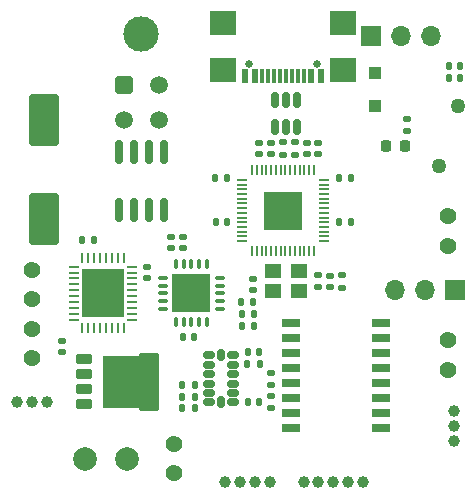
<source format=gbr>
%TF.GenerationSoftware,KiCad,Pcbnew,(6.0.7)*%
%TF.CreationDate,2022-09-21T17:53:50+02:00*%
%TF.ProjectId,CANpaca-EB-schematics,43414e70-6163-4612-9d45-422d73636865,rev?*%
%TF.SameCoordinates,Original*%
%TF.FileFunction,Soldermask,Top*%
%TF.FilePolarity,Negative*%
%FSLAX46Y46*%
G04 Gerber Fmt 4.6, Leading zero omitted, Abs format (unit mm)*
G04 Created by KiCad (PCBNEW (6.0.7)) date 2022-09-21 17:53:50*
%MOMM*%
%LPD*%
G01*
G04 APERTURE LIST*
G04 Aperture macros list*
%AMRoundRect*
0 Rectangle with rounded corners*
0 $1 Rounding radius*
0 $2 $3 $4 $5 $6 $7 $8 $9 X,Y pos of 4 corners*
0 Add a 4 corners polygon primitive as box body*
4,1,4,$2,$3,$4,$5,$6,$7,$8,$9,$2,$3,0*
0 Add four circle primitives for the rounded corners*
1,1,$1+$1,$2,$3*
1,1,$1+$1,$4,$5*
1,1,$1+$1,$6,$7*
1,1,$1+$1,$8,$9*
0 Add four rect primitives between the rounded corners*
20,1,$1+$1,$2,$3,$4,$5,0*
20,1,$1+$1,$4,$5,$6,$7,0*
20,1,$1+$1,$6,$7,$8,$9,0*
20,1,$1+$1,$8,$9,$2,$3,0*%
%AMFreePoly0*
4,1,21,3.024497,2.399497,3.045000,2.350000,3.045000,-2.350000,3.024497,-2.399497,2.975000,-2.420000,1.425000,-2.420000,1.375503,-2.399497,1.355000,-2.350000,1.355000,-2.170000,-1.650000,-2.170000,-1.699497,-2.149497,-1.720000,-2.100000,-1.720000,2.100000,-1.699497,2.149497,-1.650000,2.170000,1.355000,2.170000,1.355000,2.350000,1.375503,2.399497,1.425000,2.420000,2.975000,2.420000,
3.024497,2.399497,3.024497,2.399497,$1*%
G04 Aperture macros list end*
%ADD10RoundRect,0.135000X-0.185000X0.135000X-0.185000X-0.135000X0.185000X-0.135000X0.185000X0.135000X0*%
%ADD11RoundRect,0.150000X-0.150000X0.512500X-0.150000X-0.512500X0.150000X-0.512500X0.150000X0.512500X0*%
%ADD12RoundRect,0.135000X0.135000X0.185000X-0.135000X0.185000X-0.135000X-0.185000X0.135000X-0.185000X0*%
%ADD13C,1.425000*%
%ADD14RoundRect,0.140000X-0.140000X-0.170000X0.140000X-0.170000X0.140000X0.170000X-0.140000X0.170000X0*%
%ADD15C,0.650000*%
%ADD16R,0.600000X1.150000*%
%ADD17R,0.300000X1.150000*%
%ADD18R,2.180000X2.000000*%
%ADD19RoundRect,0.140000X-0.170000X0.140000X-0.170000X-0.140000X0.170000X-0.140000X0.170000X0.140000X0*%
%ADD20R,1.700000X1.700000*%
%ADD21O,1.700000X1.700000*%
%ADD22RoundRect,0.062500X0.362500X0.062500X-0.362500X0.062500X-0.362500X-0.062500X0.362500X-0.062500X0*%
%ADD23RoundRect,0.062500X0.062500X0.362500X-0.062500X0.362500X-0.062500X-0.362500X0.062500X-0.362500X0*%
%ADD24R,3.600000X4.100000*%
%ADD25RoundRect,0.135000X-0.135000X-0.185000X0.135000X-0.185000X0.135000X0.185000X-0.135000X0.185000X0*%
%ADD26R,1.600000X0.760000*%
%ADD27RoundRect,0.150000X0.150000X-0.825000X0.150000X0.825000X-0.150000X0.825000X-0.150000X-0.825000X0*%
%ADD28C,1.000000*%
%ADD29RoundRect,0.050000X-0.387500X-0.050000X0.387500X-0.050000X0.387500X0.050000X-0.387500X0.050000X0*%
%ADD30RoundRect,0.050000X-0.050000X-0.387500X0.050000X-0.387500X0.050000X0.387500X-0.050000X0.387500X0*%
%ADD31R,3.200000X3.200000*%
%ADD32RoundRect,0.140000X0.170000X-0.140000X0.170000X0.140000X-0.170000X0.140000X-0.170000X-0.140000X0*%
%ADD33RoundRect,0.070000X-0.575000X0.350000X-0.575000X-0.350000X0.575000X-0.350000X0.575000X0.350000X0*%
%ADD34FreePoly0,0.000000*%
%ADD35RoundRect,0.135000X0.185000X-0.135000X0.185000X0.135000X-0.185000X0.135000X-0.185000X-0.135000X0*%
%ADD36C,1.270000*%
%ADD37R,1.400000X1.200000*%
%ADD38RoundRect,0.075000X-0.337500X-0.075000X0.337500X-0.075000X0.337500X0.075000X-0.337500X0.075000X0*%
%ADD39RoundRect,0.075000X-0.075000X-0.337500X0.075000X-0.337500X0.075000X0.337500X-0.075000X0.337500X0*%
%ADD40R,3.250000X3.250000*%
%ADD41RoundRect,0.250000X-1.000000X1.950000X-1.000000X-1.950000X1.000000X-1.950000X1.000000X1.950000X0*%
%ADD42C,3.000000*%
%ADD43RoundRect,0.250001X-0.499999X-0.499999X0.499999X-0.499999X0.499999X0.499999X-0.499999X0.499999X0*%
%ADD44C,1.500000*%
%ADD45RoundRect,0.150000X0.325000X0.150000X-0.325000X0.150000X-0.325000X-0.150000X0.325000X-0.150000X0*%
%ADD46RoundRect,0.150000X0.150000X0.325000X-0.150000X0.325000X-0.150000X-0.325000X0.150000X-0.325000X0*%
%ADD47C,2.000000*%
%ADD48RoundRect,0.218750X-0.218750X-0.256250X0.218750X-0.256250X0.218750X0.256250X-0.218750X0.256250X0*%
%ADD49R,1.100000X1.100000*%
%ADD50RoundRect,0.140000X0.140000X0.170000X-0.140000X0.170000X-0.140000X-0.170000X0.140000X-0.170000X0*%
G04 APERTURE END LIST*
D10*
%TO.C,R23*%
X99250000Y-45490000D03*
X99250000Y-46510000D03*
%TD*%
D11*
%TO.C,U7*%
X100450000Y-41862500D03*
X99500000Y-41862500D03*
X98550000Y-41862500D03*
X98550000Y-44137500D03*
X99500000Y-44137500D03*
X100450000Y-44137500D03*
%TD*%
D12*
%TO.C,R32*%
X91760000Y-68000000D03*
X90740000Y-68000000D03*
%TD*%
D13*
%TO.C,J17*%
X90000000Y-73500000D03*
X90000000Y-71000000D03*
%TD*%
D14*
%TO.C,C13*%
X82270000Y-53750000D03*
X83230000Y-53750000D03*
%TD*%
D10*
%TO.C,R26*%
X98250000Y-66980000D03*
X98250000Y-68000000D03*
%TD*%
D15*
%TO.C,J9*%
X96360000Y-38812500D03*
X102140000Y-38812500D03*
D16*
X102450000Y-39887500D03*
X101650000Y-39887500D03*
D17*
X100500000Y-39887500D03*
X99500000Y-39887500D03*
X99000000Y-39887500D03*
X98000000Y-39887500D03*
D16*
X96050000Y-39887500D03*
X96850000Y-39887500D03*
D17*
X97500000Y-39887500D03*
X98500000Y-39887500D03*
X100000000Y-39887500D03*
X101000000Y-39887500D03*
D18*
X104360000Y-39312500D03*
X94140000Y-39312500D03*
X104360000Y-35382500D03*
X94140000Y-35382500D03*
%TD*%
D19*
%TO.C,C8*%
X87750000Y-56040000D03*
X87750000Y-57000000D03*
%TD*%
D20*
%TO.C,J11*%
X106725000Y-36500000D03*
D21*
X109265000Y-36500000D03*
X111805000Y-36500000D03*
%TD*%
D22*
%TO.C,U3*%
X86450000Y-60500000D03*
X86450000Y-60000000D03*
X86450000Y-59500000D03*
X86450000Y-59000000D03*
X86450000Y-58500000D03*
X86450000Y-58000000D03*
X86450000Y-57500000D03*
X86450000Y-57000000D03*
X86450000Y-56500000D03*
X86450000Y-56000000D03*
D23*
X85750000Y-55300000D03*
X85250000Y-55300000D03*
X84750000Y-55300000D03*
X84250000Y-55300000D03*
X83750000Y-55300000D03*
X83250000Y-55300000D03*
X82750000Y-55300000D03*
X82250000Y-55300000D03*
D22*
X81550000Y-56000000D03*
X81550000Y-56500000D03*
X81550000Y-57000000D03*
X81550000Y-57500000D03*
X81550000Y-58000000D03*
X81550000Y-58500000D03*
X81550000Y-59000000D03*
X81550000Y-59500000D03*
X81550000Y-60000000D03*
X81550000Y-60500000D03*
D23*
X82250000Y-61200000D03*
X82750000Y-61200000D03*
X83250000Y-61200000D03*
X83750000Y-61200000D03*
X84250000Y-61200000D03*
X84750000Y-61200000D03*
X85250000Y-61200000D03*
X85750000Y-61200000D03*
D24*
X84000000Y-58250000D03*
%TD*%
D25*
%TO.C,R24*%
X95730000Y-59000000D03*
X96750000Y-59000000D03*
%TD*%
D26*
%TO.C,SW1*%
X99940000Y-60805000D03*
X99940000Y-62075000D03*
X99940000Y-63345000D03*
X99940000Y-64615000D03*
X99940000Y-65885000D03*
X99940000Y-67155000D03*
X99940000Y-68425000D03*
X99940000Y-69695000D03*
X107560000Y-69695000D03*
X107560000Y-68425000D03*
X107560000Y-67155000D03*
X107560000Y-65885000D03*
X107560000Y-64615000D03*
X107560000Y-63345000D03*
X107560000Y-62075000D03*
X107560000Y-60805000D03*
%TD*%
D25*
%TO.C,R21*%
X95750000Y-60000000D03*
X96770000Y-60000000D03*
%TD*%
D27*
%TO.C,U1*%
X85345000Y-51225000D03*
X86615000Y-51225000D03*
X87885000Y-51225000D03*
X89155000Y-51225000D03*
X89155000Y-46275000D03*
X87885000Y-46275000D03*
X86615000Y-46275000D03*
X85345000Y-46275000D03*
%TD*%
D19*
%TO.C,C40*%
X102250000Y-45520000D03*
X102250000Y-46480000D03*
%TD*%
D12*
%TO.C,R34*%
X91760000Y-66000000D03*
X90740000Y-66000000D03*
%TD*%
D28*
%TO.C,J12*%
X98125000Y-74250000D03*
X96875000Y-74250000D03*
X95625000Y-74250000D03*
X94375000Y-74250000D03*
%TD*%
D29*
%TO.C,U10*%
X95812500Y-48650000D03*
X95812500Y-49050000D03*
X95812500Y-49450000D03*
X95812500Y-49850000D03*
X95812500Y-50250000D03*
X95812500Y-50650000D03*
X95812500Y-51050000D03*
X95812500Y-51450000D03*
X95812500Y-51850000D03*
X95812500Y-52250000D03*
X95812500Y-52650000D03*
X95812500Y-53050000D03*
X95812500Y-53450000D03*
X95812500Y-53850000D03*
D30*
X96650000Y-54687500D03*
X97050000Y-54687500D03*
X97450000Y-54687500D03*
X97850000Y-54687500D03*
X98250000Y-54687500D03*
X98650000Y-54687500D03*
X99050000Y-54687500D03*
X99450000Y-54687500D03*
X99850000Y-54687500D03*
X100250000Y-54687500D03*
X100650000Y-54687500D03*
X101050000Y-54687500D03*
X101450000Y-54687500D03*
X101850000Y-54687500D03*
D29*
X102687500Y-53850000D03*
X102687500Y-53450000D03*
X102687500Y-53050000D03*
X102687500Y-52650000D03*
X102687500Y-52250000D03*
X102687500Y-51850000D03*
X102687500Y-51450000D03*
X102687500Y-51050000D03*
X102687500Y-50650000D03*
X102687500Y-50250000D03*
X102687500Y-49850000D03*
X102687500Y-49450000D03*
X102687500Y-49050000D03*
X102687500Y-48650000D03*
D30*
X101850000Y-47812500D03*
X101450000Y-47812500D03*
X101050000Y-47812500D03*
X100650000Y-47812500D03*
X100250000Y-47812500D03*
X99850000Y-47812500D03*
X99450000Y-47812500D03*
X99050000Y-47812500D03*
X98650000Y-47812500D03*
X98250000Y-47812500D03*
X97850000Y-47812500D03*
X97450000Y-47812500D03*
X97050000Y-47812500D03*
X96650000Y-47812500D03*
D31*
X99250000Y-51250000D03*
%TD*%
D28*
%TO.C,J16*%
X113750000Y-68250000D03*
X113750000Y-69500000D03*
X113750000Y-70750000D03*
%TD*%
%TO.C,J14*%
X106000000Y-74250000D03*
X104750000Y-74250000D03*
X103500000Y-74250000D03*
X102250000Y-74250000D03*
X101000000Y-74250000D03*
%TD*%
D20*
%TO.C,J4*%
X113775000Y-58000000D03*
D21*
X111235000Y-58000000D03*
X108695000Y-58000000D03*
%TD*%
D32*
%TO.C,C47*%
X96750000Y-57980000D03*
X96750000Y-57020000D03*
%TD*%
D33*
%TO.C,Q3*%
X82415000Y-63840000D03*
X82415000Y-65110000D03*
X82415000Y-66390000D03*
X82415000Y-67660000D03*
D34*
X85685000Y-65750000D03*
%TD*%
D35*
%TO.C,R28*%
X102250000Y-57760000D03*
X102250000Y-56740000D03*
%TD*%
D12*
%TO.C,R35*%
X97260000Y-64250000D03*
X96240000Y-64250000D03*
%TD*%
D13*
%TO.C,J8*%
X78000000Y-56250000D03*
X78000000Y-58750000D03*
X78000000Y-61250000D03*
X78000000Y-63750000D03*
%TD*%
D36*
%TO.C,F1*%
X112450000Y-47500000D03*
X114050000Y-42400000D03*
%TD*%
D28*
%TO.C,J13*%
X79250000Y-67500000D03*
X78000000Y-67500000D03*
X76750000Y-67500000D03*
%TD*%
D14*
%TO.C,C53*%
X96290000Y-63250000D03*
X97250000Y-63250000D03*
%TD*%
%TO.C,C41*%
X93540000Y-52250000D03*
X94500000Y-52250000D03*
%TD*%
D19*
%TO.C,C38*%
X98250000Y-45520000D03*
X98250000Y-46480000D03*
%TD*%
D14*
%TO.C,C39*%
X93520000Y-48500000D03*
X94480000Y-48500000D03*
%TD*%
D25*
%TO.C,R25*%
X95740000Y-61000000D03*
X96760000Y-61000000D03*
%TD*%
D35*
%TO.C,R18*%
X100250000Y-46510000D03*
X100250000Y-45490000D03*
%TD*%
D37*
%TO.C,Y1*%
X98400000Y-58100000D03*
X100600000Y-58100000D03*
X100600000Y-56400000D03*
X98400000Y-56400000D03*
%TD*%
D38*
%TO.C,U8*%
X89062500Y-56950000D03*
X89062500Y-57600000D03*
X89062500Y-58250000D03*
X89062500Y-58900000D03*
X89062500Y-59550000D03*
D39*
X90200000Y-60687500D03*
X90850000Y-60687500D03*
X91500000Y-60687500D03*
X92150000Y-60687500D03*
X92800000Y-60687500D03*
D38*
X93937500Y-59550000D03*
X93937500Y-58900000D03*
X93937500Y-58250000D03*
X93937500Y-57600000D03*
X93937500Y-56950000D03*
D39*
X92800000Y-55812500D03*
X92150000Y-55812500D03*
X91500000Y-55812500D03*
X90850000Y-55812500D03*
X90200000Y-55812500D03*
D40*
X91500000Y-58250000D03*
%TD*%
D14*
%TO.C,C20*%
X113270000Y-39000000D03*
X114230000Y-39000000D03*
%TD*%
D35*
%TO.C,R27*%
X98250000Y-66020000D03*
X98250000Y-65000000D03*
%TD*%
D19*
%TO.C,C46*%
X89750000Y-53500000D03*
X89750000Y-54460000D03*
%TD*%
D10*
%TO.C,R29*%
X104250000Y-56750000D03*
X104250000Y-57770000D03*
%TD*%
D32*
%TO.C,C34*%
X90750000Y-54460000D03*
X90750000Y-53500000D03*
%TD*%
D41*
%TO.C,C12*%
X79000000Y-43550000D03*
X79000000Y-51950000D03*
%TD*%
D19*
%TO.C,C35*%
X101250000Y-45520000D03*
X101250000Y-46480000D03*
%TD*%
%TO.C,C42*%
X97250000Y-45520000D03*
X97250000Y-46480000D03*
%TD*%
D12*
%TO.C,R31*%
X91760000Y-67000000D03*
X90740000Y-67000000D03*
%TD*%
D42*
%TO.C,J7*%
X87250000Y-36265000D03*
D43*
X85750000Y-40585000D03*
D44*
X88750000Y-40585000D03*
X85750000Y-43585000D03*
X88750000Y-43585000D03*
%TD*%
D45*
%TO.C,U11*%
X95000000Y-67500000D03*
X95000000Y-66700000D03*
X95000000Y-65900000D03*
X95000000Y-65100000D03*
X95000000Y-64300000D03*
X95000000Y-63500000D03*
D46*
X94000000Y-63500000D03*
D45*
X93000000Y-63500000D03*
X93000000Y-64300000D03*
X93000000Y-65100000D03*
X93000000Y-65900000D03*
X93000000Y-66700000D03*
X93000000Y-67500000D03*
D46*
X94000000Y-67500000D03*
%TD*%
D13*
%TO.C,J2*%
X113250000Y-62250000D03*
X113250000Y-64750000D03*
%TD*%
D14*
%TO.C,C22*%
X113270000Y-40000000D03*
X114230000Y-40000000D03*
%TD*%
D47*
%TO.C,J6*%
X82500000Y-72250000D03*
X86000000Y-72250000D03*
%TD*%
D10*
%TO.C,R22*%
X109750000Y-43490000D03*
X109750000Y-44510000D03*
%TD*%
D14*
%TO.C,C49*%
X90770000Y-62000000D03*
X91730000Y-62000000D03*
%TD*%
D48*
%TO.C,D6*%
X107962500Y-45750000D03*
X109537500Y-45750000D03*
%TD*%
D32*
%TO.C,C48*%
X103250000Y-57730000D03*
X103250000Y-56770000D03*
%TD*%
D49*
%TO.C,D5*%
X107000000Y-39600000D03*
X107000000Y-42400000D03*
%TD*%
D50*
%TO.C,C54*%
X97230000Y-67500000D03*
X96270000Y-67500000D03*
%TD*%
%TO.C,C45*%
X104980000Y-52250000D03*
X104020000Y-52250000D03*
%TD*%
D32*
%TO.C,C6*%
X80500000Y-63230000D03*
X80500000Y-62270000D03*
%TD*%
D50*
%TO.C,C44*%
X104980000Y-48500000D03*
X104020000Y-48500000D03*
%TD*%
D13*
%TO.C,J5*%
X113250000Y-51750000D03*
X113250000Y-54250000D03*
%TD*%
M02*

</source>
